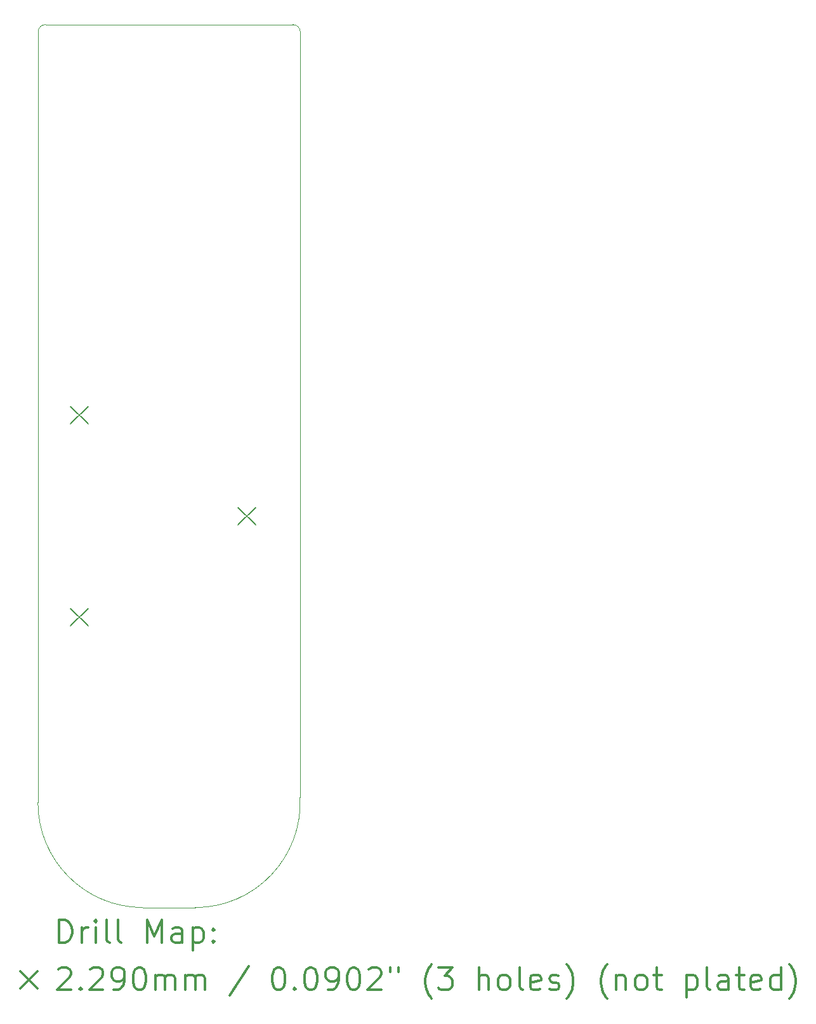
<source format=gbr>
%FSLAX45Y45*%
G04 Gerber Fmt 4.5, Leading zero omitted, Abs format (unit mm)*
G04 Created by KiCad (PCBNEW (5.1.10)-1) date 2022-05-18 17:58:24*
%MOMM*%
%LPD*%
G01*
G04 APERTURE LIST*
%TA.AperFunction,Profile*%
%ADD10C,0.050000*%
%TD*%
%ADD11C,0.200000*%
%ADD12C,0.300000*%
G04 APERTURE END LIST*
D10*
X16498332Y-14631679D02*
X16502000Y-14631500D01*
X13000000Y-14700000D02*
X13002000Y-14631500D01*
X14400000Y-16100000D02*
X15100000Y-16100000D01*
X16498332Y-14631679D02*
G75*
G02*
X15100000Y-16100000I-1398332J-68321D01*
G01*
X14400000Y-16100000D02*
G75*
G02*
X13000000Y-14700000I0J1400000D01*
G01*
X16402000Y-4331500D02*
G75*
G02*
X16502000Y-4431500I0J-100000D01*
G01*
X13002000Y-4431500D02*
G75*
G02*
X13102000Y-4331500I100000J0D01*
G01*
X16502000Y-13731500D02*
X16502000Y-14631500D01*
X13002000Y-4431500D02*
X13002000Y-14631500D01*
X16502000Y-4431500D02*
X16502000Y-13731500D01*
X13102000Y-4331500D02*
X16402000Y-4331500D01*
D11*
X13438000Y-9422000D02*
X13667000Y-9651000D01*
X13667000Y-9422000D02*
X13438000Y-9651000D01*
X13438000Y-12119000D02*
X13667000Y-12348000D01*
X13667000Y-12119000D02*
X13438000Y-12348000D01*
X15673000Y-10771000D02*
X15902000Y-11000000D01*
X15902000Y-10771000D02*
X15673000Y-11000000D01*
D12*
X13283928Y-16568214D02*
X13283928Y-16268214D01*
X13355357Y-16268214D01*
X13398214Y-16282500D01*
X13426786Y-16311071D01*
X13441071Y-16339643D01*
X13455357Y-16396786D01*
X13455357Y-16439643D01*
X13441071Y-16496786D01*
X13426786Y-16525357D01*
X13398214Y-16553929D01*
X13355357Y-16568214D01*
X13283928Y-16568214D01*
X13583928Y-16568214D02*
X13583928Y-16368214D01*
X13583928Y-16425357D02*
X13598214Y-16396786D01*
X13612500Y-16382500D01*
X13641071Y-16368214D01*
X13669643Y-16368214D01*
X13769643Y-16568214D02*
X13769643Y-16368214D01*
X13769643Y-16268214D02*
X13755357Y-16282500D01*
X13769643Y-16296786D01*
X13783928Y-16282500D01*
X13769643Y-16268214D01*
X13769643Y-16296786D01*
X13955357Y-16568214D02*
X13926786Y-16553929D01*
X13912500Y-16525357D01*
X13912500Y-16268214D01*
X14112500Y-16568214D02*
X14083928Y-16553929D01*
X14069643Y-16525357D01*
X14069643Y-16268214D01*
X14455357Y-16568214D02*
X14455357Y-16268214D01*
X14555357Y-16482500D01*
X14655357Y-16268214D01*
X14655357Y-16568214D01*
X14926786Y-16568214D02*
X14926786Y-16411071D01*
X14912500Y-16382500D01*
X14883928Y-16368214D01*
X14826786Y-16368214D01*
X14798214Y-16382500D01*
X14926786Y-16553929D02*
X14898214Y-16568214D01*
X14826786Y-16568214D01*
X14798214Y-16553929D01*
X14783928Y-16525357D01*
X14783928Y-16496786D01*
X14798214Y-16468214D01*
X14826786Y-16453929D01*
X14898214Y-16453929D01*
X14926786Y-16439643D01*
X15069643Y-16368214D02*
X15069643Y-16668214D01*
X15069643Y-16382500D02*
X15098214Y-16368214D01*
X15155357Y-16368214D01*
X15183928Y-16382500D01*
X15198214Y-16396786D01*
X15212500Y-16425357D01*
X15212500Y-16511071D01*
X15198214Y-16539643D01*
X15183928Y-16553929D01*
X15155357Y-16568214D01*
X15098214Y-16568214D01*
X15069643Y-16553929D01*
X15341071Y-16539643D02*
X15355357Y-16553929D01*
X15341071Y-16568214D01*
X15326786Y-16553929D01*
X15341071Y-16539643D01*
X15341071Y-16568214D01*
X15341071Y-16382500D02*
X15355357Y-16396786D01*
X15341071Y-16411071D01*
X15326786Y-16396786D01*
X15341071Y-16382500D01*
X15341071Y-16411071D01*
X12768500Y-16948000D02*
X12997500Y-17177000D01*
X12997500Y-16948000D02*
X12768500Y-17177000D01*
X13269643Y-16926786D02*
X13283928Y-16912500D01*
X13312500Y-16898214D01*
X13383928Y-16898214D01*
X13412500Y-16912500D01*
X13426786Y-16926786D01*
X13441071Y-16955357D01*
X13441071Y-16983929D01*
X13426786Y-17026786D01*
X13255357Y-17198214D01*
X13441071Y-17198214D01*
X13569643Y-17169643D02*
X13583928Y-17183929D01*
X13569643Y-17198214D01*
X13555357Y-17183929D01*
X13569643Y-17169643D01*
X13569643Y-17198214D01*
X13698214Y-16926786D02*
X13712500Y-16912500D01*
X13741071Y-16898214D01*
X13812500Y-16898214D01*
X13841071Y-16912500D01*
X13855357Y-16926786D01*
X13869643Y-16955357D01*
X13869643Y-16983929D01*
X13855357Y-17026786D01*
X13683928Y-17198214D01*
X13869643Y-17198214D01*
X14012500Y-17198214D02*
X14069643Y-17198214D01*
X14098214Y-17183929D01*
X14112500Y-17169643D01*
X14141071Y-17126786D01*
X14155357Y-17069643D01*
X14155357Y-16955357D01*
X14141071Y-16926786D01*
X14126786Y-16912500D01*
X14098214Y-16898214D01*
X14041071Y-16898214D01*
X14012500Y-16912500D01*
X13998214Y-16926786D01*
X13983928Y-16955357D01*
X13983928Y-17026786D01*
X13998214Y-17055357D01*
X14012500Y-17069643D01*
X14041071Y-17083929D01*
X14098214Y-17083929D01*
X14126786Y-17069643D01*
X14141071Y-17055357D01*
X14155357Y-17026786D01*
X14341071Y-16898214D02*
X14369643Y-16898214D01*
X14398214Y-16912500D01*
X14412500Y-16926786D01*
X14426786Y-16955357D01*
X14441071Y-17012500D01*
X14441071Y-17083929D01*
X14426786Y-17141072D01*
X14412500Y-17169643D01*
X14398214Y-17183929D01*
X14369643Y-17198214D01*
X14341071Y-17198214D01*
X14312500Y-17183929D01*
X14298214Y-17169643D01*
X14283928Y-17141072D01*
X14269643Y-17083929D01*
X14269643Y-17012500D01*
X14283928Y-16955357D01*
X14298214Y-16926786D01*
X14312500Y-16912500D01*
X14341071Y-16898214D01*
X14569643Y-17198214D02*
X14569643Y-16998214D01*
X14569643Y-17026786D02*
X14583928Y-17012500D01*
X14612500Y-16998214D01*
X14655357Y-16998214D01*
X14683928Y-17012500D01*
X14698214Y-17041072D01*
X14698214Y-17198214D01*
X14698214Y-17041072D02*
X14712500Y-17012500D01*
X14741071Y-16998214D01*
X14783928Y-16998214D01*
X14812500Y-17012500D01*
X14826786Y-17041072D01*
X14826786Y-17198214D01*
X14969643Y-17198214D02*
X14969643Y-16998214D01*
X14969643Y-17026786D02*
X14983928Y-17012500D01*
X15012500Y-16998214D01*
X15055357Y-16998214D01*
X15083928Y-17012500D01*
X15098214Y-17041072D01*
X15098214Y-17198214D01*
X15098214Y-17041072D02*
X15112500Y-17012500D01*
X15141071Y-16998214D01*
X15183928Y-16998214D01*
X15212500Y-17012500D01*
X15226786Y-17041072D01*
X15226786Y-17198214D01*
X15812500Y-16883929D02*
X15555357Y-17269643D01*
X16198214Y-16898214D02*
X16226786Y-16898214D01*
X16255357Y-16912500D01*
X16269643Y-16926786D01*
X16283928Y-16955357D01*
X16298214Y-17012500D01*
X16298214Y-17083929D01*
X16283928Y-17141072D01*
X16269643Y-17169643D01*
X16255357Y-17183929D01*
X16226786Y-17198214D01*
X16198214Y-17198214D01*
X16169643Y-17183929D01*
X16155357Y-17169643D01*
X16141071Y-17141072D01*
X16126786Y-17083929D01*
X16126786Y-17012500D01*
X16141071Y-16955357D01*
X16155357Y-16926786D01*
X16169643Y-16912500D01*
X16198214Y-16898214D01*
X16426786Y-17169643D02*
X16441071Y-17183929D01*
X16426786Y-17198214D01*
X16412500Y-17183929D01*
X16426786Y-17169643D01*
X16426786Y-17198214D01*
X16626786Y-16898214D02*
X16655357Y-16898214D01*
X16683928Y-16912500D01*
X16698214Y-16926786D01*
X16712500Y-16955357D01*
X16726786Y-17012500D01*
X16726786Y-17083929D01*
X16712500Y-17141072D01*
X16698214Y-17169643D01*
X16683928Y-17183929D01*
X16655357Y-17198214D01*
X16626786Y-17198214D01*
X16598214Y-17183929D01*
X16583928Y-17169643D01*
X16569643Y-17141072D01*
X16555357Y-17083929D01*
X16555357Y-17012500D01*
X16569643Y-16955357D01*
X16583928Y-16926786D01*
X16598214Y-16912500D01*
X16626786Y-16898214D01*
X16869643Y-17198214D02*
X16926786Y-17198214D01*
X16955357Y-17183929D01*
X16969643Y-17169643D01*
X16998214Y-17126786D01*
X17012500Y-17069643D01*
X17012500Y-16955357D01*
X16998214Y-16926786D01*
X16983928Y-16912500D01*
X16955357Y-16898214D01*
X16898214Y-16898214D01*
X16869643Y-16912500D01*
X16855357Y-16926786D01*
X16841071Y-16955357D01*
X16841071Y-17026786D01*
X16855357Y-17055357D01*
X16869643Y-17069643D01*
X16898214Y-17083929D01*
X16955357Y-17083929D01*
X16983928Y-17069643D01*
X16998214Y-17055357D01*
X17012500Y-17026786D01*
X17198214Y-16898214D02*
X17226786Y-16898214D01*
X17255357Y-16912500D01*
X17269643Y-16926786D01*
X17283928Y-16955357D01*
X17298214Y-17012500D01*
X17298214Y-17083929D01*
X17283928Y-17141072D01*
X17269643Y-17169643D01*
X17255357Y-17183929D01*
X17226786Y-17198214D01*
X17198214Y-17198214D01*
X17169643Y-17183929D01*
X17155357Y-17169643D01*
X17141071Y-17141072D01*
X17126786Y-17083929D01*
X17126786Y-17012500D01*
X17141071Y-16955357D01*
X17155357Y-16926786D01*
X17169643Y-16912500D01*
X17198214Y-16898214D01*
X17412500Y-16926786D02*
X17426786Y-16912500D01*
X17455357Y-16898214D01*
X17526786Y-16898214D01*
X17555357Y-16912500D01*
X17569643Y-16926786D01*
X17583928Y-16955357D01*
X17583928Y-16983929D01*
X17569643Y-17026786D01*
X17398214Y-17198214D01*
X17583928Y-17198214D01*
X17698214Y-16898214D02*
X17698214Y-16955357D01*
X17812500Y-16898214D02*
X17812500Y-16955357D01*
X18255357Y-17312500D02*
X18241071Y-17298214D01*
X18212500Y-17255357D01*
X18198214Y-17226786D01*
X18183928Y-17183929D01*
X18169643Y-17112500D01*
X18169643Y-17055357D01*
X18183928Y-16983929D01*
X18198214Y-16941072D01*
X18212500Y-16912500D01*
X18241071Y-16869643D01*
X18255357Y-16855357D01*
X18341071Y-16898214D02*
X18526786Y-16898214D01*
X18426786Y-17012500D01*
X18469643Y-17012500D01*
X18498214Y-17026786D01*
X18512500Y-17041072D01*
X18526786Y-17069643D01*
X18526786Y-17141072D01*
X18512500Y-17169643D01*
X18498214Y-17183929D01*
X18469643Y-17198214D01*
X18383928Y-17198214D01*
X18355357Y-17183929D01*
X18341071Y-17169643D01*
X18883928Y-17198214D02*
X18883928Y-16898214D01*
X19012500Y-17198214D02*
X19012500Y-17041072D01*
X18998214Y-17012500D01*
X18969643Y-16998214D01*
X18926786Y-16998214D01*
X18898214Y-17012500D01*
X18883928Y-17026786D01*
X19198214Y-17198214D02*
X19169643Y-17183929D01*
X19155357Y-17169643D01*
X19141071Y-17141072D01*
X19141071Y-17055357D01*
X19155357Y-17026786D01*
X19169643Y-17012500D01*
X19198214Y-16998214D01*
X19241071Y-16998214D01*
X19269643Y-17012500D01*
X19283928Y-17026786D01*
X19298214Y-17055357D01*
X19298214Y-17141072D01*
X19283928Y-17169643D01*
X19269643Y-17183929D01*
X19241071Y-17198214D01*
X19198214Y-17198214D01*
X19469643Y-17198214D02*
X19441071Y-17183929D01*
X19426786Y-17155357D01*
X19426786Y-16898214D01*
X19698214Y-17183929D02*
X19669643Y-17198214D01*
X19612500Y-17198214D01*
X19583928Y-17183929D01*
X19569643Y-17155357D01*
X19569643Y-17041072D01*
X19583928Y-17012500D01*
X19612500Y-16998214D01*
X19669643Y-16998214D01*
X19698214Y-17012500D01*
X19712500Y-17041072D01*
X19712500Y-17069643D01*
X19569643Y-17098214D01*
X19826786Y-17183929D02*
X19855357Y-17198214D01*
X19912500Y-17198214D01*
X19941071Y-17183929D01*
X19955357Y-17155357D01*
X19955357Y-17141072D01*
X19941071Y-17112500D01*
X19912500Y-17098214D01*
X19869643Y-17098214D01*
X19841071Y-17083929D01*
X19826786Y-17055357D01*
X19826786Y-17041072D01*
X19841071Y-17012500D01*
X19869643Y-16998214D01*
X19912500Y-16998214D01*
X19941071Y-17012500D01*
X20055357Y-17312500D02*
X20069643Y-17298214D01*
X20098214Y-17255357D01*
X20112500Y-17226786D01*
X20126786Y-17183929D01*
X20141071Y-17112500D01*
X20141071Y-17055357D01*
X20126786Y-16983929D01*
X20112500Y-16941072D01*
X20098214Y-16912500D01*
X20069643Y-16869643D01*
X20055357Y-16855357D01*
X20598214Y-17312500D02*
X20583928Y-17298214D01*
X20555357Y-17255357D01*
X20541071Y-17226786D01*
X20526786Y-17183929D01*
X20512500Y-17112500D01*
X20512500Y-17055357D01*
X20526786Y-16983929D01*
X20541071Y-16941072D01*
X20555357Y-16912500D01*
X20583928Y-16869643D01*
X20598214Y-16855357D01*
X20712500Y-16998214D02*
X20712500Y-17198214D01*
X20712500Y-17026786D02*
X20726786Y-17012500D01*
X20755357Y-16998214D01*
X20798214Y-16998214D01*
X20826786Y-17012500D01*
X20841071Y-17041072D01*
X20841071Y-17198214D01*
X21026786Y-17198214D02*
X20998214Y-17183929D01*
X20983928Y-17169643D01*
X20969643Y-17141072D01*
X20969643Y-17055357D01*
X20983928Y-17026786D01*
X20998214Y-17012500D01*
X21026786Y-16998214D01*
X21069643Y-16998214D01*
X21098214Y-17012500D01*
X21112500Y-17026786D01*
X21126786Y-17055357D01*
X21126786Y-17141072D01*
X21112500Y-17169643D01*
X21098214Y-17183929D01*
X21069643Y-17198214D01*
X21026786Y-17198214D01*
X21212500Y-16998214D02*
X21326786Y-16998214D01*
X21255357Y-16898214D02*
X21255357Y-17155357D01*
X21269643Y-17183929D01*
X21298214Y-17198214D01*
X21326786Y-17198214D01*
X21655357Y-16998214D02*
X21655357Y-17298214D01*
X21655357Y-17012500D02*
X21683928Y-16998214D01*
X21741071Y-16998214D01*
X21769643Y-17012500D01*
X21783928Y-17026786D01*
X21798214Y-17055357D01*
X21798214Y-17141072D01*
X21783928Y-17169643D01*
X21769643Y-17183929D01*
X21741071Y-17198214D01*
X21683928Y-17198214D01*
X21655357Y-17183929D01*
X21969643Y-17198214D02*
X21941071Y-17183929D01*
X21926786Y-17155357D01*
X21926786Y-16898214D01*
X22212500Y-17198214D02*
X22212500Y-17041072D01*
X22198214Y-17012500D01*
X22169643Y-16998214D01*
X22112500Y-16998214D01*
X22083928Y-17012500D01*
X22212500Y-17183929D02*
X22183928Y-17198214D01*
X22112500Y-17198214D01*
X22083928Y-17183929D01*
X22069643Y-17155357D01*
X22069643Y-17126786D01*
X22083928Y-17098214D01*
X22112500Y-17083929D01*
X22183928Y-17083929D01*
X22212500Y-17069643D01*
X22312500Y-16998214D02*
X22426786Y-16998214D01*
X22355357Y-16898214D02*
X22355357Y-17155357D01*
X22369643Y-17183929D01*
X22398214Y-17198214D01*
X22426786Y-17198214D01*
X22641071Y-17183929D02*
X22612500Y-17198214D01*
X22555357Y-17198214D01*
X22526786Y-17183929D01*
X22512500Y-17155357D01*
X22512500Y-17041072D01*
X22526786Y-17012500D01*
X22555357Y-16998214D01*
X22612500Y-16998214D01*
X22641071Y-17012500D01*
X22655357Y-17041072D01*
X22655357Y-17069643D01*
X22512500Y-17098214D01*
X22912500Y-17198214D02*
X22912500Y-16898214D01*
X22912500Y-17183929D02*
X22883928Y-17198214D01*
X22826786Y-17198214D01*
X22798214Y-17183929D01*
X22783928Y-17169643D01*
X22769643Y-17141072D01*
X22769643Y-17055357D01*
X22783928Y-17026786D01*
X22798214Y-17012500D01*
X22826786Y-16998214D01*
X22883928Y-16998214D01*
X22912500Y-17012500D01*
X23026786Y-17312500D02*
X23041071Y-17298214D01*
X23069643Y-17255357D01*
X23083928Y-17226786D01*
X23098214Y-17183929D01*
X23112500Y-17112500D01*
X23112500Y-17055357D01*
X23098214Y-16983929D01*
X23083928Y-16941072D01*
X23069643Y-16912500D01*
X23041071Y-16869643D01*
X23026786Y-16855357D01*
M02*

</source>
